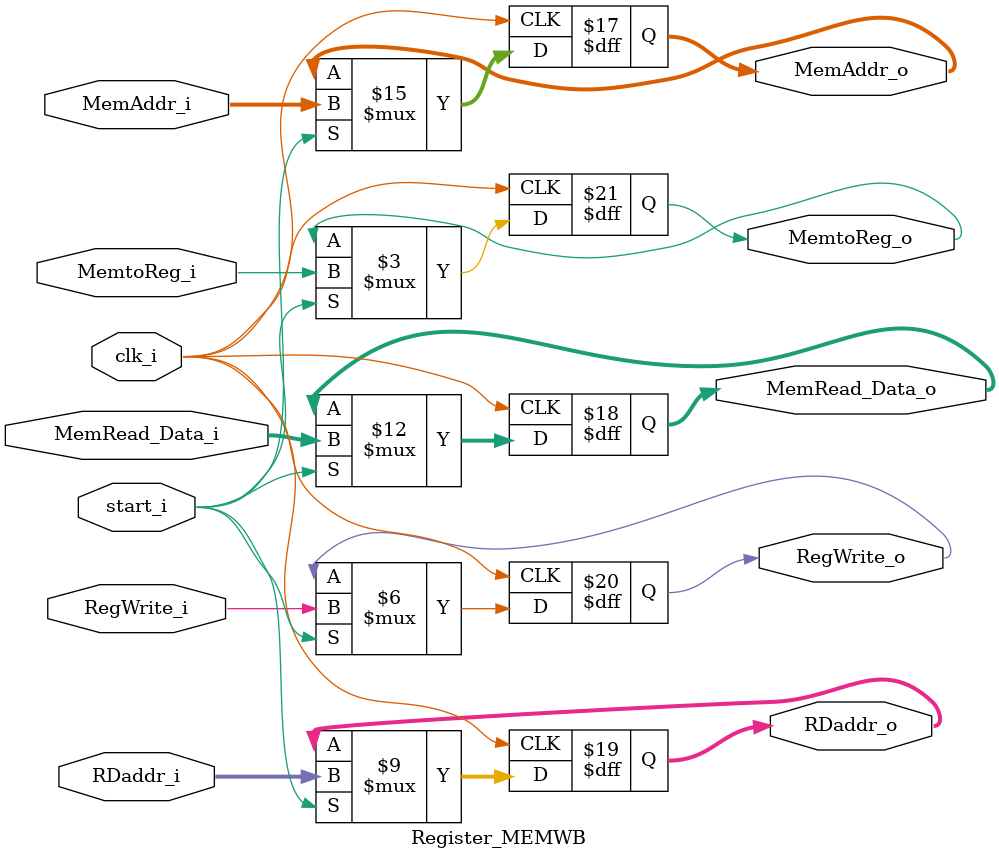
<source format=v>
module Register_MEMWB (
	clk_i, 
	start_i,

	MemAddr_i,
	MemRead_Data_i,
	RDaddr_i,

	MemAddr_o,
	MemRead_Data_o,
	RDaddr_o,

    //Control Signal
	RegWrite_i,
	MemtoReg_i,
	RegWrite_o,
	MemtoReg_o
);

input               clk_i,start_i;
input 	[31:0] 		MemAddr_i,MemRead_Data_i;
input 	[4:0]		RDaddr_i;
input               RegWrite_i, MemtoReg_i;

output 	[31:0] 		MemAddr_o,MemRead_Data_o;
output 	[4:0]		RDaddr_o;
output              RegWrite_o, MemtoReg_o;

reg 	[31:0] 		MemAddr_o,MemRead_Data_o;
reg 	[4:0]		RDaddr_o;
reg                 RegWrite_o, MemtoReg_o;

always @(posedge clk_i) begin
	if(start_i)	begin
		MemAddr_o			<= MemAddr_i;		
		MemRead_Data_o		<= MemRead_Data_i;		
		RDaddr_o			<= RDaddr_i;		
		
		RegWrite_o          <= RegWrite_i; 
        MemtoReg_o          <= MemtoReg_i;

	end
	else begin
		MemAddr_o			<= MemAddr_o;		
		MemRead_Data_o		<= MemRead_Data_o;		
		RDaddr_o			<= RDaddr_o;		
		
		RegWrite_o          <= RegWrite_o; 
        MemtoReg_o          <= MemtoReg_o;

	end
end

endmodule
</source>
